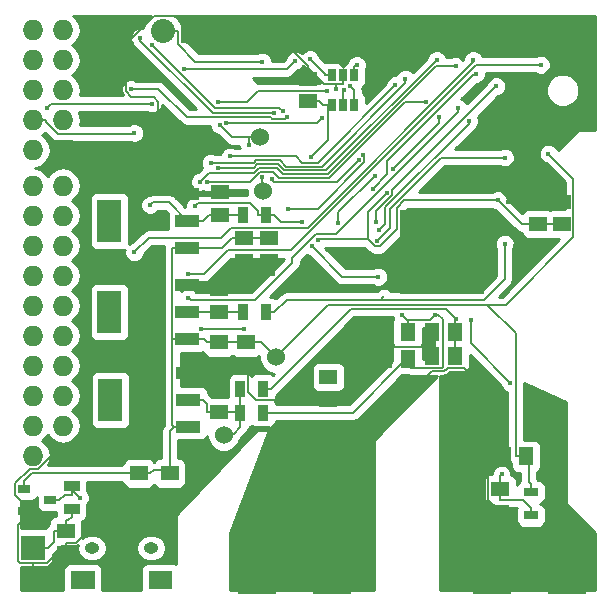
<source format=gbl>
%FSLAX34Y34*%
G04 Gerber Fmt 3.4, Leading zero omitted, Abs format*
G04 (created by PCBNEW (2014-06-12 BZR 4942)-product) date Mon 16 Jun 2014 06:59:23 PM PDT*
%MOIN*%
G01*
G70*
G90*
G04 APERTURE LIST*
%ADD10C,0.003937*%
%ADD11R,0.285000X0.285000*%
%ADD12C,0.060000*%
%ADD13R,0.059000X0.051200*%
%ADD14R,0.051200X0.059000*%
%ADD15O,0.049213X0.037402*%
%ADD16R,0.035000X0.055000*%
%ADD17R,0.055000X0.035000*%
%ADD18R,0.068000X0.068000*%
%ADD19O,0.068000X0.068000*%
%ADD20R,0.130000X0.180000*%
%ADD21R,0.080000X0.080000*%
%ADD22O,0.080000X0.080000*%
%ADD23R,0.039400X0.031500*%
%ADD24R,0.047200X0.031500*%
%ADD25R,0.080000X0.144000*%
%ADD26R,0.080000X0.040000*%
%ADD27R,0.027600X0.039400*%
%ADD28C,0.015748*%
%ADD29C,0.006299*%
%ADD30C,0.010000*%
G04 APERTURE END LIST*
G54D10*
G54D11*
X63543Y-21929D03*
G54D12*
X56255Y-28031D03*
G54D13*
X53425Y-29310D03*
X53425Y-30060D03*
X56929Y-21475D03*
X56929Y-22225D03*
X54448Y-29310D03*
X54448Y-30060D03*
X57755Y-21475D03*
X57755Y-22225D03*
X56102Y-27264D03*
X56102Y-26514D03*
X56141Y-20689D03*
X56141Y-19939D03*
X66732Y-21004D03*
X66732Y-20254D03*
X67519Y-21004D03*
X67519Y-20254D03*
G54D14*
X62382Y-24606D03*
X61632Y-24606D03*
X62382Y-25492D03*
X61632Y-25492D03*
G54D13*
X59744Y-26101D03*
X59744Y-26851D03*
X56102Y-24939D03*
X56102Y-25689D03*
X56988Y-24939D03*
X56988Y-25689D03*
G54D14*
X66339Y-28740D03*
X65589Y-28740D03*
G54D13*
X65472Y-29841D03*
X65472Y-30591D03*
X56102Y-23918D03*
X56102Y-23168D03*
G54D14*
X63957Y-24606D03*
X63207Y-24606D03*
X63957Y-25393D03*
X63207Y-25393D03*
G54D13*
X59055Y-16910D03*
X59055Y-16160D03*
X50984Y-31219D03*
X50984Y-31969D03*
G54D15*
X51870Y-31791D03*
X53838Y-31791D03*
G54D10*
G36*
X51948Y-32549D02*
X51948Y-33159D01*
X51161Y-33159D01*
X51161Y-32549D01*
X51948Y-32549D01*
X51948Y-32549D01*
G37*
G36*
X54547Y-32549D02*
X54547Y-33159D01*
X53759Y-33159D01*
X53759Y-32549D01*
X54547Y-32549D01*
X54547Y-32549D01*
G37*
G54D16*
X56810Y-27283D03*
X57560Y-27283D03*
X56810Y-26496D03*
X57560Y-26496D03*
X56908Y-20688D03*
X57658Y-20688D03*
X56908Y-23937D03*
X57658Y-23937D03*
G54D17*
X51181Y-29743D03*
X51181Y-30493D03*
G54D12*
X57480Y-18110D03*
G54D18*
X50893Y-18535D03*
G54D19*
X49893Y-18535D03*
X50893Y-17535D03*
X49893Y-17535D03*
X50893Y-16535D03*
X49893Y-16535D03*
X50893Y-15535D03*
X49893Y-15535D03*
X50893Y-14535D03*
X49893Y-14535D03*
G54D12*
X58366Y-14960D03*
X57992Y-25433D03*
G54D20*
X65210Y-32444D03*
X67702Y-32444D03*
X57376Y-32444D03*
X59868Y-32444D03*
G54D21*
X49901Y-31783D03*
G54D22*
X49901Y-32783D03*
G54D12*
X54429Y-18503D03*
G54D23*
X50472Y-30196D03*
X49606Y-29821D03*
X49606Y-30571D03*
G54D24*
X66496Y-30708D03*
X66496Y-29920D03*
G54D12*
X57578Y-19881D03*
G54D25*
X52479Y-26850D03*
G54D26*
X55079Y-26850D03*
X55079Y-27750D03*
X55079Y-25950D03*
G54D25*
X52440Y-20905D03*
G54D26*
X55040Y-20905D03*
X55040Y-21805D03*
X55040Y-20005D03*
G54D25*
X52440Y-23937D03*
G54D26*
X55040Y-23937D03*
X55040Y-24837D03*
X55040Y-23037D03*
G54D27*
X59861Y-17035D03*
X60236Y-17035D03*
X60611Y-17035D03*
X60611Y-16035D03*
X60236Y-16035D03*
X59861Y-16035D03*
G54D21*
X55224Y-14566D03*
G54D22*
X54224Y-14566D03*
G54D18*
X50893Y-28712D03*
G54D19*
X49893Y-28712D03*
X50893Y-27712D03*
X49893Y-27712D03*
X50893Y-26712D03*
X49893Y-26712D03*
X50893Y-25712D03*
X49893Y-25712D03*
X50893Y-24712D03*
X49893Y-24712D03*
X50893Y-23712D03*
X49893Y-23712D03*
X50893Y-22712D03*
X49893Y-22712D03*
X50893Y-21712D03*
X49893Y-21712D03*
X50893Y-20712D03*
X49893Y-20712D03*
X50893Y-19712D03*
X49893Y-19712D03*
G54D28*
X67079Y-18651D03*
X56580Y-32394D03*
X57914Y-22653D03*
X59981Y-16506D03*
X65215Y-31402D03*
X68498Y-32394D03*
X65742Y-20258D03*
X60590Y-30236D03*
X60759Y-28338D03*
X59842Y-32480D03*
X59744Y-26980D03*
X64000Y-21900D03*
X63543Y-21929D03*
X64000Y-21300D03*
X64500Y-21300D03*
X64500Y-21900D03*
X64500Y-22500D03*
X64500Y-23100D03*
X64000Y-23100D03*
X64000Y-22500D03*
X63500Y-22500D03*
X63500Y-23100D03*
X62900Y-23100D03*
X62900Y-22500D03*
X62900Y-21900D03*
X62900Y-21300D03*
X63500Y-21300D03*
X63500Y-20800D03*
X62900Y-20800D03*
X62400Y-20800D03*
X62400Y-21300D03*
X62400Y-21900D03*
X62400Y-22500D03*
X62400Y-23100D03*
X64000Y-20800D03*
X64500Y-20800D03*
X53803Y-20362D03*
X59392Y-21542D03*
X58862Y-20916D03*
X61692Y-19958D03*
X59158Y-18771D03*
X65385Y-20205D03*
X55306Y-20393D03*
X63295Y-24017D03*
X62212Y-24036D03*
X65619Y-21651D03*
X59748Y-26212D03*
X65516Y-29343D03*
X51454Y-30118D03*
X63992Y-24167D03*
X61372Y-21567D03*
X65628Y-18782D03*
X61347Y-20927D03*
X65340Y-16400D03*
X61432Y-21206D03*
X64425Y-17568D03*
X61220Y-19815D03*
X64661Y-15995D03*
X61895Y-19168D03*
X63440Y-17440D03*
X59703Y-16572D03*
X56070Y-16942D03*
X61287Y-19382D03*
X60065Y-20963D03*
X60453Y-16378D03*
X60686Y-15696D03*
X60248Y-16528D03*
X59135Y-15505D03*
X61408Y-22756D03*
X59185Y-21735D03*
X58228Y-17242D03*
X53870Y-15022D03*
X58643Y-15547D03*
X54946Y-15841D03*
X58374Y-17416D03*
X53162Y-16501D03*
X57939Y-17309D03*
X53465Y-14784D03*
X60763Y-18856D03*
X57854Y-19511D03*
X57543Y-15582D03*
X57545Y-19435D03*
X56124Y-17693D03*
X57100Y-18356D03*
X53271Y-17959D03*
X66820Y-15687D03*
X55067Y-22662D03*
X64575Y-15530D03*
X53271Y-21933D03*
X64078Y-17139D03*
X55079Y-23445D03*
X63990Y-15725D03*
X55462Y-19587D03*
X63353Y-15523D03*
X56067Y-19119D03*
X63005Y-16930D03*
X55693Y-19601D03*
X59543Y-17461D03*
X56345Y-17635D03*
X62313Y-16145D03*
X55819Y-18954D03*
X61978Y-16372D03*
X56463Y-18741D03*
X56946Y-24492D03*
X55482Y-24492D03*
X60899Y-18680D03*
X58393Y-20480D03*
X50363Y-17113D03*
X53870Y-16982D03*
X64487Y-24183D03*
X65798Y-26282D03*
G54D29*
X66339Y-28740D02*
X65988Y-28740D01*
X65988Y-28740D02*
X65988Y-24642D01*
X65988Y-24642D02*
X65045Y-23698D01*
X65045Y-23698D02*
X65651Y-23698D01*
X65651Y-23698D02*
X59726Y-23698D01*
X59726Y-23698D02*
X57992Y-25433D01*
X67079Y-18651D02*
X67909Y-19481D01*
X67909Y-19481D02*
X67909Y-21440D01*
X67909Y-21440D02*
X65651Y-23698D01*
X54584Y-27750D02*
X54448Y-27886D01*
X54448Y-27886D02*
X54448Y-29197D01*
X54545Y-24837D02*
X54545Y-27711D01*
X54545Y-27711D02*
X54584Y-27750D01*
X55040Y-21805D02*
X54545Y-21805D01*
X54545Y-21805D02*
X54545Y-24837D01*
X55160Y-21805D02*
X55040Y-21805D01*
X55040Y-24837D02*
X54545Y-24837D01*
X55040Y-24837D02*
X55609Y-24837D01*
X55609Y-24837D02*
X55712Y-24939D01*
X55079Y-27750D02*
X54584Y-27750D01*
X55534Y-21805D02*
X56209Y-21805D01*
X56209Y-21805D02*
X56539Y-21475D01*
X53425Y-29310D02*
X53814Y-29310D01*
X54448Y-29197D02*
X53927Y-29197D01*
X53927Y-29197D02*
X53814Y-29310D01*
X54448Y-29310D02*
X54448Y-29197D01*
X49606Y-29569D02*
X49866Y-29310D01*
X49866Y-29310D02*
X53425Y-29310D01*
X56988Y-24939D02*
X57499Y-24939D01*
X57499Y-24939D02*
X57992Y-25433D01*
X56102Y-24939D02*
X56988Y-24939D01*
X55160Y-21805D02*
X55534Y-21805D01*
X66496Y-29920D02*
X66496Y-29668D01*
X66427Y-28740D02*
X66427Y-29600D01*
X66427Y-29600D02*
X66496Y-29668D01*
X66339Y-28740D02*
X66427Y-28740D01*
X56929Y-21475D02*
X56539Y-21475D01*
X57755Y-21475D02*
X56929Y-21475D01*
X49606Y-29821D02*
X49606Y-29569D01*
X56102Y-24939D02*
X55712Y-24939D01*
X67702Y-32444D02*
X66958Y-32444D01*
X65210Y-31947D02*
X66460Y-31947D01*
X66460Y-31947D02*
X66958Y-32444D01*
X65210Y-31947D02*
X65210Y-31450D01*
X65210Y-32444D02*
X65210Y-31947D01*
X65215Y-31402D02*
X65215Y-31445D01*
X65215Y-31445D02*
X65210Y-31450D01*
X65472Y-30591D02*
X65472Y-31145D01*
X65472Y-31145D02*
X65215Y-31402D01*
X65070Y-28908D02*
X65070Y-30189D01*
X65070Y-30189D02*
X65472Y-30591D01*
X65238Y-28740D02*
X65070Y-28908D01*
X63207Y-25080D02*
X63207Y-24995D01*
X63207Y-25393D02*
X63207Y-25080D01*
X61632Y-25080D02*
X63207Y-25080D01*
X61632Y-25080D02*
X61632Y-25492D01*
X61632Y-24995D02*
X61632Y-25080D01*
X59744Y-26851D02*
X59354Y-26851D01*
X56988Y-25865D02*
X57079Y-25956D01*
X57079Y-25956D02*
X57079Y-26608D01*
X57079Y-26608D02*
X57337Y-26865D01*
X57337Y-26865D02*
X59340Y-26865D01*
X59340Y-26865D02*
X59354Y-26851D01*
X56491Y-25689D02*
X56667Y-25865D01*
X56667Y-25865D02*
X56988Y-25865D01*
X59744Y-26980D02*
X59744Y-26851D01*
X56102Y-25689D02*
X56491Y-25689D01*
X56988Y-25689D02*
X56988Y-25865D01*
X65589Y-28740D02*
X65238Y-28740D01*
X59744Y-26851D02*
X60133Y-26851D01*
X61632Y-25492D02*
X61282Y-25492D01*
X60133Y-26851D02*
X60133Y-26640D01*
X60133Y-26640D02*
X61282Y-25492D01*
X63207Y-24606D02*
X63207Y-24995D01*
X53814Y-30060D02*
X53990Y-30235D01*
X53990Y-30235D02*
X54448Y-30235D01*
X57376Y-32444D02*
X56631Y-32444D01*
X56631Y-32444D02*
X56580Y-32394D01*
X59842Y-32470D02*
X59817Y-32444D01*
X59817Y-32444D02*
X57376Y-32444D01*
X54429Y-18503D02*
X54429Y-19394D01*
X54429Y-19394D02*
X55040Y-20005D01*
X57755Y-22225D02*
X57755Y-22575D01*
X57914Y-22653D02*
X57837Y-22575D01*
X57837Y-22575D02*
X57755Y-22575D01*
X55224Y-14566D02*
X55719Y-14566D01*
X58366Y-14960D02*
X56112Y-14960D01*
X56112Y-14960D02*
X55719Y-14566D01*
X59055Y-15809D02*
X59055Y-15714D01*
X59055Y-15714D02*
X58366Y-15025D01*
X58366Y-15025D02*
X58366Y-14960D01*
X55040Y-20005D02*
X55534Y-20005D01*
X56141Y-19939D02*
X55600Y-19939D01*
X55600Y-19939D02*
X55534Y-20005D01*
X54067Y-18503D02*
X54429Y-18503D01*
X59981Y-16327D02*
X59981Y-16506D01*
X59981Y-16327D02*
X60236Y-16327D01*
X59444Y-16160D02*
X59611Y-16327D01*
X59611Y-16327D02*
X59981Y-16327D01*
X54067Y-18503D02*
X54067Y-16916D01*
X54067Y-16916D02*
X53920Y-16769D01*
X53920Y-16769D02*
X53178Y-16769D01*
X53178Y-16769D02*
X52984Y-16575D01*
X52984Y-16575D02*
X52984Y-14989D01*
X52984Y-14989D02*
X53922Y-14051D01*
X53922Y-14051D02*
X54709Y-14051D01*
X54709Y-14051D02*
X55224Y-14566D01*
X51328Y-18535D02*
X54036Y-18535D01*
X54036Y-18535D02*
X54067Y-18503D01*
X55712Y-25811D02*
X55574Y-25950D01*
X55574Y-25950D02*
X55542Y-25950D01*
X55712Y-25689D02*
X55712Y-25811D01*
X55712Y-25811D02*
X56065Y-26164D01*
X56065Y-26164D02*
X56102Y-26164D01*
X60236Y-16035D02*
X60236Y-16327D01*
X67702Y-32444D02*
X68447Y-32444D01*
X68447Y-32444D02*
X68498Y-32394D01*
X59055Y-16160D02*
X59444Y-16160D01*
X56102Y-26514D02*
X56102Y-26164D01*
X55079Y-25950D02*
X55542Y-25950D01*
X56102Y-25689D02*
X55712Y-25689D01*
X66732Y-20254D02*
X66342Y-20254D01*
X65742Y-20258D02*
X66339Y-20258D01*
X66339Y-20258D02*
X66342Y-20254D01*
X56929Y-22225D02*
X56929Y-22575D01*
X56929Y-22575D02*
X56344Y-22575D01*
X56344Y-22575D02*
X56102Y-22817D01*
X57755Y-22225D02*
X56929Y-22225D01*
X56102Y-23168D02*
X56102Y-22817D01*
X50893Y-18535D02*
X51328Y-18535D01*
X55907Y-23168D02*
X55776Y-23037D01*
X55776Y-23037D02*
X55534Y-23037D01*
X55040Y-23037D02*
X55534Y-23037D01*
X53425Y-30060D02*
X53814Y-30060D01*
X54448Y-30060D02*
X54448Y-30235D01*
X50984Y-31969D02*
X50594Y-31969D01*
X50594Y-31969D02*
X50594Y-32049D01*
X50594Y-32049D02*
X50355Y-32288D01*
X50355Y-32288D02*
X49901Y-32288D01*
X50984Y-31907D02*
X50984Y-31969D01*
X50984Y-31907D02*
X50984Y-31618D01*
X67519Y-20254D02*
X66732Y-20254D01*
X49606Y-30571D02*
X49606Y-30319D01*
X50893Y-28712D02*
X50459Y-28712D01*
X50459Y-28712D02*
X50459Y-28766D01*
X50459Y-28766D02*
X50078Y-29147D01*
X50078Y-29147D02*
X49784Y-29147D01*
X49784Y-29147D02*
X49314Y-29616D01*
X49314Y-29616D02*
X49314Y-30028D01*
X49314Y-30028D02*
X49606Y-30319D01*
X61632Y-24606D02*
X61632Y-24995D01*
X53425Y-30060D02*
X52893Y-30060D01*
X52893Y-30060D02*
X51334Y-31618D01*
X51334Y-31618D02*
X50984Y-31618D01*
X56102Y-23168D02*
X55907Y-23168D01*
X49606Y-30571D02*
X49606Y-30823D01*
X49901Y-32783D02*
X49901Y-32288D01*
X49901Y-32288D02*
X49468Y-32288D01*
X49468Y-32288D02*
X49406Y-32227D01*
X49406Y-32227D02*
X49406Y-31023D01*
X49406Y-31023D02*
X49606Y-30823D01*
X59055Y-16160D02*
X59055Y-15809D01*
X59842Y-32470D02*
X59842Y-32480D01*
X59868Y-32444D02*
X59842Y-32470D01*
X63684Y-25783D02*
X63684Y-25816D01*
X65070Y-26582D02*
X64271Y-25783D01*
X65070Y-28908D02*
X65070Y-26582D01*
X63684Y-25816D02*
X63591Y-25909D01*
X64271Y-25783D02*
X63684Y-25783D01*
X63591Y-25909D02*
X63189Y-25909D01*
X63189Y-25909D02*
X60759Y-28338D01*
X57398Y-31576D02*
X56580Y-32394D01*
X57220Y-31502D02*
X57294Y-31576D01*
X57294Y-31576D02*
X57398Y-31576D01*
X57220Y-31398D02*
X57220Y-31502D01*
X57811Y-30807D02*
X57220Y-31398D01*
X57811Y-27751D02*
X57811Y-30807D01*
X57283Y-27751D02*
X57811Y-27751D01*
X54800Y-30235D02*
X57283Y-27751D01*
X54448Y-30235D02*
X54800Y-30235D01*
X63572Y-21900D02*
X63543Y-21929D01*
X63572Y-21900D02*
X64000Y-21900D01*
X64000Y-21900D02*
X64000Y-21300D01*
X64000Y-21300D02*
X64500Y-21300D01*
X64500Y-21300D02*
X64500Y-21900D01*
X64500Y-21900D02*
X64500Y-22500D01*
X64500Y-22500D02*
X64500Y-23100D01*
X64500Y-23100D02*
X64000Y-23100D01*
X64000Y-23100D02*
X64000Y-22500D01*
X64000Y-22500D02*
X63500Y-22500D01*
X63500Y-22500D02*
X63500Y-23100D01*
X63500Y-23100D02*
X62900Y-23100D01*
X62900Y-23100D02*
X62900Y-22500D01*
X62900Y-22500D02*
X62900Y-21900D01*
X62900Y-21900D02*
X62900Y-21300D01*
X62900Y-21300D02*
X63500Y-21300D01*
X63500Y-21300D02*
X63500Y-20800D01*
X63500Y-20800D02*
X62900Y-20800D01*
X62900Y-20800D02*
X62400Y-20800D01*
X62400Y-20800D02*
X62400Y-21300D01*
X62400Y-21300D02*
X62400Y-21900D01*
X62400Y-21900D02*
X62400Y-22500D01*
X62400Y-22500D02*
X62400Y-23100D01*
X63500Y-20800D02*
X64000Y-20800D01*
X64000Y-20800D02*
X64500Y-20800D01*
X56102Y-27264D02*
X55712Y-27264D01*
X55079Y-26850D02*
X55574Y-26850D01*
X55574Y-26850D02*
X55712Y-26989D01*
X55712Y-26989D02*
X55712Y-27264D01*
X56810Y-27264D02*
X56810Y-27283D01*
X56810Y-26496D02*
X56810Y-27264D01*
X56810Y-27264D02*
X56491Y-27264D01*
X56102Y-27264D02*
X56491Y-27264D01*
X56810Y-27283D02*
X56810Y-27754D01*
X56307Y-27980D02*
X56255Y-28031D01*
X56582Y-27980D02*
X56307Y-27980D01*
X56808Y-27754D02*
X56582Y-27980D01*
X56810Y-27754D02*
X56808Y-27754D01*
X54429Y-20275D02*
X55040Y-20886D01*
X53889Y-20275D02*
X53803Y-20362D01*
X55040Y-20905D02*
X55040Y-20886D01*
X55040Y-20886D02*
X55555Y-20886D01*
X56141Y-20689D02*
X55752Y-20689D01*
X55555Y-20886D02*
X55752Y-20689D01*
X56141Y-20689D02*
X56531Y-20689D01*
X56908Y-20688D02*
X56532Y-20688D01*
X56532Y-20688D02*
X56531Y-20689D01*
X54180Y-20275D02*
X53889Y-20275D01*
X54180Y-20275D02*
X54429Y-20275D01*
X61058Y-21498D02*
X61058Y-20592D01*
X61058Y-20592D02*
X61692Y-19958D01*
X61058Y-21498D02*
X59436Y-21498D01*
X59436Y-21498D02*
X59392Y-21542D01*
X65385Y-20205D02*
X62275Y-20205D01*
X62275Y-20205D02*
X62023Y-20456D01*
X62023Y-20456D02*
X62023Y-21171D01*
X62023Y-21171D02*
X61454Y-21740D01*
X61454Y-21740D02*
X61300Y-21740D01*
X61300Y-21740D02*
X61058Y-21498D01*
X57928Y-20688D02*
X58155Y-20916D01*
X58155Y-20916D02*
X58862Y-20916D01*
X57658Y-20688D02*
X57928Y-20688D01*
X66732Y-21004D02*
X67519Y-21004D01*
X65385Y-20205D02*
X66185Y-21004D01*
X66185Y-21004D02*
X66732Y-21004D01*
X59719Y-17035D02*
X59719Y-18210D01*
X59719Y-18210D02*
X59158Y-18771D01*
X59719Y-17035D02*
X59628Y-17035D01*
X59809Y-17035D02*
X59719Y-17035D01*
X59628Y-17035D02*
X59569Y-17035D01*
X59569Y-17035D02*
X59444Y-16910D01*
X59861Y-17035D02*
X59821Y-17035D01*
X59809Y-17035D02*
X59821Y-17035D01*
X57658Y-20688D02*
X57388Y-20688D01*
X55306Y-20393D02*
X55390Y-20308D01*
X55390Y-20308D02*
X57125Y-20308D01*
X57125Y-20308D02*
X57388Y-20572D01*
X57388Y-20572D02*
X57388Y-20688D01*
X59055Y-16910D02*
X59444Y-16910D01*
X57560Y-27283D02*
X60556Y-27283D01*
X60556Y-27283D02*
X62207Y-25631D01*
X62207Y-25631D02*
X62207Y-25492D01*
X62382Y-25492D02*
X62207Y-25492D01*
X62382Y-24196D02*
X62372Y-24196D01*
X62372Y-24196D02*
X62212Y-24036D01*
X62382Y-24216D02*
X62382Y-24196D01*
X62382Y-24196D02*
X63116Y-24196D01*
X63116Y-24196D02*
X63295Y-24017D01*
X62382Y-24606D02*
X62382Y-24216D01*
X62207Y-25492D02*
X62498Y-25783D01*
X62498Y-25783D02*
X63539Y-25783D01*
X63539Y-25783D02*
X63558Y-25764D01*
X63558Y-25764D02*
X63558Y-24169D01*
X63558Y-24169D02*
X63406Y-24017D01*
X63406Y-24017D02*
X63295Y-24017D01*
X61542Y-23469D02*
X61610Y-23401D01*
X61542Y-23513D02*
X58351Y-23513D01*
X64944Y-23513D02*
X61542Y-23513D01*
X61542Y-23513D02*
X61542Y-23469D01*
X65619Y-21651D02*
X65619Y-22838D01*
X65619Y-22838D02*
X64944Y-23513D01*
X58351Y-23513D02*
X57928Y-23937D01*
X57658Y-23937D02*
X57928Y-23937D01*
X59748Y-26105D02*
X59748Y-26212D01*
X59744Y-26101D02*
X59748Y-26105D01*
X65472Y-29841D02*
X65472Y-30192D01*
X66496Y-30708D02*
X66496Y-30456D01*
X66496Y-30456D02*
X66231Y-30192D01*
X66231Y-30192D02*
X65472Y-30192D01*
X65516Y-29343D02*
X65472Y-29388D01*
X65472Y-29388D02*
X65472Y-29841D01*
X51181Y-29877D02*
X51214Y-29877D01*
X51214Y-29877D02*
X51454Y-30118D01*
X51181Y-29877D02*
X51181Y-30012D01*
X51181Y-29743D02*
X51181Y-29877D01*
X50472Y-30196D02*
X50763Y-30196D01*
X50763Y-30196D02*
X50948Y-30012D01*
X50948Y-30012D02*
X51181Y-30012D01*
X56102Y-23918D02*
X56491Y-23918D01*
X56908Y-23937D02*
X56510Y-23937D01*
X56510Y-23937D02*
X56491Y-23918D01*
X56102Y-23918D02*
X55712Y-23918D01*
X55040Y-23937D02*
X55694Y-23937D01*
X55694Y-23937D02*
X55712Y-23918D01*
X57560Y-26496D02*
X57829Y-26496D01*
X57829Y-26496D02*
X60497Y-23828D01*
X60497Y-23828D02*
X63653Y-23828D01*
X63653Y-23828D02*
X63992Y-24167D01*
X63957Y-24606D02*
X63957Y-24216D01*
X63957Y-24216D02*
X63992Y-24181D01*
X63992Y-24181D02*
X63992Y-24167D01*
X63957Y-25130D02*
X63957Y-25393D01*
X63957Y-24606D02*
X63957Y-25130D01*
X50984Y-31219D02*
X50594Y-31219D01*
X49901Y-31783D02*
X50396Y-31783D01*
X50396Y-31783D02*
X50594Y-31585D01*
X50594Y-31585D02*
X50594Y-31219D01*
X50984Y-31219D02*
X50984Y-30868D01*
X51181Y-30493D02*
X51181Y-30762D01*
X51181Y-30762D02*
X51074Y-30868D01*
X51074Y-30868D02*
X50984Y-30868D01*
X61372Y-21567D02*
X61797Y-21142D01*
X61797Y-21142D02*
X61797Y-20495D01*
X61797Y-20495D02*
X63510Y-18782D01*
X63510Y-18782D02*
X65628Y-18782D01*
X61347Y-20927D02*
X61347Y-20548D01*
X61347Y-20548D02*
X61866Y-20029D01*
X61866Y-20029D02*
X61866Y-19875D01*
X61866Y-19875D02*
X65340Y-16400D01*
X61432Y-21206D02*
X61645Y-20993D01*
X61645Y-20993D02*
X61645Y-20428D01*
X61645Y-20428D02*
X64425Y-17649D01*
X64425Y-17649D02*
X64425Y-17568D01*
X61220Y-19815D02*
X61698Y-19337D01*
X61698Y-19337D02*
X61698Y-18909D01*
X61698Y-18909D02*
X64612Y-15995D01*
X64612Y-15995D02*
X64661Y-15995D01*
X63440Y-17440D02*
X63440Y-17624D01*
X63440Y-17624D02*
X61895Y-19168D01*
X59703Y-16572D02*
X59690Y-16559D01*
X59690Y-16559D02*
X57412Y-16559D01*
X57412Y-16559D02*
X57029Y-16942D01*
X57029Y-16942D02*
X56070Y-16942D01*
X60065Y-20963D02*
X60065Y-20604D01*
X60065Y-20604D02*
X61287Y-19382D01*
X60611Y-16743D02*
X60611Y-16537D01*
X60611Y-16537D02*
X60453Y-16378D01*
X60611Y-17035D02*
X60611Y-16743D01*
X60611Y-16035D02*
X60611Y-15743D01*
X60611Y-15743D02*
X60639Y-15743D01*
X60639Y-15743D02*
X60686Y-15696D01*
X60236Y-16743D02*
X60236Y-16540D01*
X60236Y-16540D02*
X60248Y-16528D01*
X60236Y-17035D02*
X60236Y-16743D01*
X59628Y-16035D02*
X59628Y-15997D01*
X59628Y-15997D02*
X59135Y-15505D01*
X59861Y-16035D02*
X59628Y-16035D01*
X59185Y-21735D02*
X60206Y-22756D01*
X60206Y-22756D02*
X61408Y-22756D01*
X53870Y-15022D02*
X55971Y-17123D01*
X55971Y-17123D02*
X58109Y-17123D01*
X58109Y-17123D02*
X58228Y-17242D01*
X58643Y-15547D02*
X58349Y-15841D01*
X58349Y-15841D02*
X54946Y-15841D01*
X53162Y-16501D02*
X54080Y-16501D01*
X54080Y-16501D02*
X55023Y-17443D01*
X55023Y-17443D02*
X57828Y-17443D01*
X57828Y-17443D02*
X57867Y-17483D01*
X57867Y-17483D02*
X58307Y-17483D01*
X58307Y-17483D02*
X58374Y-17416D01*
X53465Y-14784D02*
X53465Y-14888D01*
X53465Y-14888D02*
X55887Y-17309D01*
X55887Y-17309D02*
X57939Y-17309D01*
X57854Y-19511D02*
X57933Y-19590D01*
X57933Y-19590D02*
X60030Y-19590D01*
X60030Y-19590D02*
X60763Y-18856D01*
X54224Y-14566D02*
X54719Y-14566D01*
X54719Y-14566D02*
X54719Y-14999D01*
X54719Y-14999D02*
X55301Y-15582D01*
X55301Y-15582D02*
X57543Y-15582D01*
X57578Y-19881D02*
X57545Y-19848D01*
X57545Y-19848D02*
X57545Y-19435D01*
X57100Y-18110D02*
X56541Y-18110D01*
X56541Y-18110D02*
X56124Y-17693D01*
X57480Y-18110D02*
X57100Y-18110D01*
X57100Y-18110D02*
X57100Y-18356D01*
X49893Y-17535D02*
X50328Y-17535D01*
X50328Y-17535D02*
X50328Y-17589D01*
X50328Y-17589D02*
X50728Y-17989D01*
X50728Y-17989D02*
X53241Y-17989D01*
X53241Y-17989D02*
X53271Y-17959D01*
X55067Y-22662D02*
X55597Y-22662D01*
X55597Y-22662D02*
X56392Y-21866D01*
X56392Y-21866D02*
X58492Y-21866D01*
X58492Y-21866D02*
X64672Y-15687D01*
X64672Y-15687D02*
X66820Y-15687D01*
X53271Y-21933D02*
X53757Y-21447D01*
X53757Y-21447D02*
X56164Y-21447D01*
X56164Y-21447D02*
X56487Y-21124D01*
X56487Y-21124D02*
X59056Y-21124D01*
X59056Y-21124D02*
X64575Y-15605D01*
X64575Y-15605D02*
X64575Y-15530D01*
X55079Y-23445D02*
X55164Y-23530D01*
X55164Y-23530D02*
X57285Y-23530D01*
X57285Y-23530D02*
X58534Y-22282D01*
X58534Y-22282D02*
X58534Y-22122D01*
X58534Y-22122D02*
X59320Y-21335D01*
X59320Y-21335D02*
X59991Y-21335D01*
X59991Y-21335D02*
X64078Y-17248D01*
X64078Y-17248D02*
X64078Y-17139D01*
X63990Y-15725D02*
X63333Y-15725D01*
X63333Y-15725D02*
X59720Y-19337D01*
X59720Y-19337D02*
X58226Y-19337D01*
X58226Y-19337D02*
X58024Y-19135D01*
X58024Y-19135D02*
X57421Y-19135D01*
X57421Y-19135D02*
X57264Y-19293D01*
X57264Y-19293D02*
X55757Y-19293D01*
X55757Y-19293D02*
X55462Y-19587D01*
X63353Y-15523D02*
X59665Y-19211D01*
X59665Y-19211D02*
X58278Y-19211D01*
X58278Y-19211D02*
X58069Y-19002D01*
X58069Y-19002D02*
X57376Y-19002D01*
X57376Y-19002D02*
X57259Y-19119D01*
X57259Y-19119D02*
X56067Y-19119D01*
X63005Y-16930D02*
X62306Y-16930D01*
X62306Y-16930D02*
X59773Y-19464D01*
X59773Y-19464D02*
X58110Y-19464D01*
X58110Y-19464D02*
X57908Y-19261D01*
X57908Y-19261D02*
X57473Y-19261D01*
X57473Y-19261D02*
X57146Y-19589D01*
X57146Y-19589D02*
X57146Y-19589D01*
X57146Y-19589D02*
X55706Y-19589D01*
X55706Y-19589D02*
X55693Y-19601D01*
X56345Y-17635D02*
X59369Y-17635D01*
X59369Y-17635D02*
X59543Y-17461D01*
X62313Y-16145D02*
X62313Y-16287D01*
X62313Y-16287D02*
X59515Y-19085D01*
X59515Y-19085D02*
X58330Y-19085D01*
X58330Y-19085D02*
X58121Y-18876D01*
X58121Y-18876D02*
X57324Y-18876D01*
X57324Y-18876D02*
X57254Y-18946D01*
X57254Y-18946D02*
X55827Y-18946D01*
X55827Y-18946D02*
X55819Y-18954D01*
X61978Y-16372D02*
X59391Y-18959D01*
X59391Y-18959D02*
X58880Y-18959D01*
X58880Y-18959D02*
X58662Y-18741D01*
X58662Y-18741D02*
X56463Y-18741D01*
X55482Y-24492D02*
X56946Y-24492D01*
X58393Y-20480D02*
X59385Y-20480D01*
X59385Y-20480D02*
X60940Y-18924D01*
X60940Y-18924D02*
X60940Y-18722D01*
X60940Y-18722D02*
X60899Y-18680D01*
X50363Y-17113D02*
X50493Y-16982D01*
X50493Y-16982D02*
X53870Y-16982D01*
X65798Y-26282D02*
X64487Y-24970D01*
X64487Y-24970D02*
X64487Y-24183D01*
G54D30*
G36*
X50656Y-30713D02*
X50639Y-30713D01*
X50547Y-30751D01*
X50477Y-30821D01*
X50439Y-30913D01*
X50439Y-30991D01*
X50395Y-31020D01*
X50334Y-31111D01*
X50330Y-31133D01*
X50251Y-31133D01*
X49482Y-31133D01*
X49482Y-30229D01*
X49853Y-30229D01*
X49944Y-30191D01*
X50015Y-30120D01*
X50025Y-30096D01*
X50025Y-30404D01*
X50063Y-30495D01*
X50133Y-30566D01*
X50225Y-30604D01*
X50325Y-30604D01*
X50656Y-30604D01*
X50656Y-30713D01*
X50656Y-30713D01*
G37*
X50656Y-30713D02*
X50639Y-30713D01*
X50547Y-30751D01*
X50477Y-30821D01*
X50439Y-30913D01*
X50439Y-30991D01*
X50395Y-31020D01*
X50334Y-31111D01*
X50330Y-31133D01*
X50251Y-31133D01*
X49482Y-31133D01*
X49482Y-30229D01*
X49853Y-30229D01*
X49944Y-30191D01*
X50015Y-30120D01*
X50025Y-30096D01*
X50025Y-30404D01*
X50063Y-30495D01*
X50133Y-30566D01*
X50225Y-30604D01*
X50325Y-30604D01*
X50656Y-30604D01*
X50656Y-30713D01*
G36*
X55341Y-17162D02*
X55139Y-17162D01*
X54279Y-16302D01*
X54188Y-16241D01*
X54080Y-16219D01*
X53341Y-16219D01*
X53227Y-16172D01*
X53097Y-16172D01*
X52976Y-16222D01*
X52883Y-16314D01*
X52833Y-16435D01*
X52833Y-16566D01*
X52883Y-16687D01*
X52897Y-16700D01*
X51453Y-16700D01*
X51483Y-16546D01*
X51483Y-16523D01*
X51438Y-16298D01*
X51310Y-16106D01*
X51204Y-16035D01*
X51310Y-15964D01*
X51438Y-15772D01*
X51483Y-15546D01*
X51483Y-15523D01*
X51438Y-15298D01*
X51310Y-15106D01*
X51204Y-15035D01*
X51310Y-14964D01*
X51438Y-14772D01*
X51483Y-14546D01*
X51483Y-14523D01*
X51438Y-14298D01*
X51310Y-14106D01*
X51224Y-14049D01*
X53839Y-14049D01*
X53752Y-14107D01*
X53611Y-14318D01*
X53579Y-14476D01*
X53531Y-14456D01*
X53400Y-14455D01*
X53279Y-14505D01*
X53186Y-14598D01*
X53136Y-14719D01*
X53136Y-14849D01*
X53186Y-14970D01*
X53203Y-14988D01*
X53205Y-14995D01*
X53266Y-15087D01*
X55341Y-17162D01*
X55341Y-17162D01*
G37*
X55341Y-17162D02*
X55139Y-17162D01*
X54279Y-16302D01*
X54188Y-16241D01*
X54080Y-16219D01*
X53341Y-16219D01*
X53227Y-16172D01*
X53097Y-16172D01*
X52976Y-16222D01*
X52883Y-16314D01*
X52833Y-16435D01*
X52833Y-16566D01*
X52883Y-16687D01*
X52897Y-16700D01*
X51453Y-16700D01*
X51483Y-16546D01*
X51483Y-16523D01*
X51438Y-16298D01*
X51310Y-16106D01*
X51204Y-16035D01*
X51310Y-15964D01*
X51438Y-15772D01*
X51483Y-15546D01*
X51483Y-15523D01*
X51438Y-15298D01*
X51310Y-15106D01*
X51204Y-15035D01*
X51310Y-14964D01*
X51438Y-14772D01*
X51483Y-14546D01*
X51483Y-14523D01*
X51438Y-14298D01*
X51310Y-14106D01*
X51224Y-14049D01*
X53839Y-14049D01*
X53752Y-14107D01*
X53611Y-14318D01*
X53579Y-14476D01*
X53531Y-14456D01*
X53400Y-14455D01*
X53279Y-14505D01*
X53186Y-14598D01*
X53136Y-14719D01*
X53136Y-14849D01*
X53186Y-14970D01*
X53203Y-14988D01*
X53205Y-14995D01*
X53266Y-15087D01*
X55341Y-17162D01*
G36*
X57043Y-20027D02*
X55390Y-20027D01*
X55283Y-20048D01*
X55259Y-20064D01*
X55241Y-20064D01*
X55120Y-20114D01*
X55027Y-20206D01*
X54977Y-20327D01*
X54977Y-20425D01*
X54628Y-20076D01*
X54536Y-20015D01*
X54429Y-19994D01*
X54180Y-19994D01*
X53889Y-19994D01*
X53782Y-20015D01*
X53755Y-20033D01*
X53738Y-20033D01*
X53617Y-20083D01*
X53524Y-20175D01*
X53474Y-20296D01*
X53474Y-20427D01*
X53524Y-20548D01*
X53616Y-20640D01*
X53737Y-20690D01*
X53868Y-20691D01*
X53989Y-20641D01*
X54073Y-20557D01*
X54180Y-20557D01*
X54312Y-20557D01*
X54396Y-20640D01*
X54390Y-20655D01*
X54390Y-20755D01*
X54390Y-21155D01*
X54394Y-21165D01*
X53757Y-21165D01*
X53649Y-21187D01*
X53558Y-21248D01*
X53199Y-21607D01*
X53090Y-21652D01*
X53090Y-21575D01*
X53090Y-20135D01*
X53052Y-20043D01*
X52981Y-19973D01*
X52889Y-19935D01*
X52790Y-19935D01*
X51990Y-19935D01*
X51898Y-19973D01*
X51828Y-20043D01*
X51790Y-20135D01*
X51790Y-20235D01*
X51790Y-21675D01*
X51828Y-21767D01*
X51898Y-21837D01*
X51990Y-21875D01*
X52089Y-21875D01*
X52889Y-21875D01*
X52949Y-21850D01*
X52942Y-21867D01*
X52942Y-21998D01*
X52992Y-22119D01*
X53084Y-22212D01*
X53205Y-22262D01*
X53336Y-22262D01*
X53457Y-22212D01*
X53549Y-22119D01*
X53597Y-22005D01*
X53874Y-21728D01*
X54279Y-21728D01*
X54264Y-21805D01*
X54264Y-24837D01*
X54264Y-27673D01*
X54249Y-27687D01*
X54188Y-27778D01*
X54167Y-27886D01*
X54167Y-28804D01*
X54104Y-28804D01*
X54012Y-28842D01*
X53941Y-28912D01*
X53940Y-28915D01*
X53933Y-28915D01*
X53932Y-28912D01*
X53861Y-28842D01*
X53769Y-28804D01*
X53670Y-28804D01*
X53129Y-28804D01*
X53129Y-27620D01*
X53129Y-27520D01*
X53129Y-26080D01*
X53091Y-25988D01*
X53090Y-25987D01*
X53090Y-24706D01*
X53090Y-24607D01*
X53090Y-23167D01*
X53052Y-23075D01*
X52981Y-23005D01*
X52889Y-22967D01*
X52790Y-22967D01*
X51990Y-22967D01*
X51898Y-23005D01*
X51828Y-23075D01*
X51790Y-23167D01*
X51790Y-23266D01*
X51790Y-24706D01*
X51828Y-24798D01*
X51898Y-24868D01*
X51990Y-24907D01*
X52089Y-24907D01*
X52889Y-24907D01*
X52981Y-24868D01*
X53052Y-24798D01*
X53090Y-24706D01*
X53090Y-25987D01*
X53021Y-25918D01*
X52929Y-25880D01*
X52829Y-25880D01*
X52029Y-25880D01*
X51937Y-25918D01*
X51867Y-25988D01*
X51829Y-26080D01*
X51829Y-26180D01*
X51829Y-27620D01*
X51867Y-27712D01*
X51937Y-27782D01*
X52029Y-27820D01*
X52129Y-27820D01*
X52929Y-27820D01*
X53021Y-27782D01*
X53091Y-27712D01*
X53129Y-27620D01*
X53129Y-28804D01*
X53080Y-28804D01*
X52988Y-28842D01*
X52918Y-28912D01*
X52880Y-29004D01*
X52880Y-29028D01*
X50386Y-29028D01*
X50438Y-28949D01*
X50483Y-28724D01*
X50483Y-28701D01*
X50438Y-28475D01*
X50310Y-28283D01*
X50204Y-28212D01*
X50310Y-28141D01*
X50393Y-28017D01*
X50476Y-28141D01*
X50667Y-28269D01*
X50893Y-28314D01*
X51119Y-28269D01*
X51310Y-28141D01*
X51438Y-27949D01*
X51483Y-27724D01*
X51483Y-27701D01*
X51438Y-27475D01*
X51310Y-27283D01*
X51204Y-27212D01*
X51310Y-27141D01*
X51438Y-26949D01*
X51483Y-26724D01*
X51483Y-26701D01*
X51438Y-26475D01*
X51310Y-26283D01*
X51204Y-26212D01*
X51310Y-26141D01*
X51438Y-25949D01*
X51483Y-25724D01*
X51483Y-25701D01*
X51438Y-25475D01*
X51310Y-25283D01*
X51204Y-25212D01*
X51310Y-25141D01*
X51438Y-24949D01*
X51483Y-24724D01*
X51483Y-24701D01*
X51438Y-24475D01*
X51310Y-24283D01*
X51204Y-24212D01*
X51310Y-24141D01*
X51438Y-23949D01*
X51483Y-23724D01*
X51483Y-23701D01*
X51438Y-23475D01*
X51310Y-23283D01*
X51204Y-23212D01*
X51310Y-23141D01*
X51438Y-22949D01*
X51483Y-22724D01*
X51483Y-22701D01*
X51438Y-22475D01*
X51310Y-22283D01*
X51204Y-22212D01*
X51310Y-22141D01*
X51438Y-21949D01*
X51483Y-21724D01*
X51483Y-21701D01*
X51438Y-21475D01*
X51310Y-21283D01*
X51204Y-21212D01*
X51310Y-21141D01*
X51438Y-20949D01*
X51483Y-20724D01*
X51483Y-20701D01*
X51438Y-20475D01*
X51310Y-20283D01*
X51204Y-20212D01*
X51310Y-20141D01*
X51438Y-19949D01*
X51483Y-19724D01*
X51483Y-19701D01*
X51438Y-19475D01*
X51310Y-19283D01*
X51119Y-19155D01*
X50893Y-19111D01*
X50667Y-19155D01*
X50476Y-19283D01*
X50393Y-19407D01*
X50310Y-19283D01*
X50119Y-19155D01*
X49958Y-19124D01*
X50119Y-19092D01*
X50310Y-18964D01*
X50438Y-18772D01*
X50483Y-18546D01*
X50483Y-18523D01*
X50438Y-18298D01*
X50310Y-18106D01*
X50204Y-18035D01*
X50307Y-17966D01*
X50529Y-18188D01*
X50529Y-18188D01*
X50620Y-18249D01*
X50728Y-18271D01*
X53164Y-18271D01*
X53205Y-18288D01*
X53336Y-18288D01*
X53457Y-18238D01*
X53549Y-18146D01*
X53600Y-18025D01*
X53600Y-17894D01*
X53550Y-17773D01*
X53457Y-17681D01*
X53337Y-17631D01*
X53206Y-17631D01*
X53085Y-17680D01*
X53058Y-17708D01*
X51451Y-17708D01*
X51483Y-17546D01*
X51483Y-17523D01*
X51438Y-17298D01*
X51415Y-17263D01*
X53691Y-17263D01*
X53804Y-17311D01*
X53935Y-17311D01*
X54056Y-17261D01*
X54148Y-17168D01*
X54199Y-17048D01*
X54199Y-17017D01*
X54824Y-17643D01*
X54915Y-17704D01*
X55023Y-17725D01*
X55796Y-17725D01*
X55796Y-17758D01*
X55846Y-17879D01*
X55938Y-17972D01*
X56052Y-18019D01*
X56342Y-18309D01*
X56433Y-18370D01*
X56541Y-18391D01*
X56771Y-18391D01*
X56771Y-18421D01*
X56787Y-18459D01*
X56642Y-18459D01*
X56528Y-18412D01*
X56398Y-18412D01*
X56277Y-18462D01*
X56184Y-18554D01*
X56138Y-18664D01*
X55979Y-18664D01*
X55885Y-18625D01*
X55754Y-18625D01*
X55633Y-18675D01*
X55540Y-18768D01*
X55490Y-18888D01*
X55490Y-19019D01*
X55532Y-19120D01*
X55390Y-19261D01*
X55277Y-19308D01*
X55184Y-19401D01*
X55134Y-19522D01*
X55134Y-19652D01*
X55184Y-19773D01*
X55276Y-19866D01*
X55397Y-19916D01*
X55528Y-19916D01*
X55561Y-19902D01*
X55628Y-19930D01*
X55759Y-19930D01*
X55879Y-19880D01*
X55889Y-19870D01*
X57028Y-19870D01*
X57028Y-19990D01*
X57043Y-20027D01*
X57043Y-20027D01*
G37*
X57043Y-20027D02*
X55390Y-20027D01*
X55283Y-20048D01*
X55259Y-20064D01*
X55241Y-20064D01*
X55120Y-20114D01*
X55027Y-20206D01*
X54977Y-20327D01*
X54977Y-20425D01*
X54628Y-20076D01*
X54536Y-20015D01*
X54429Y-19994D01*
X54180Y-19994D01*
X53889Y-19994D01*
X53782Y-20015D01*
X53755Y-20033D01*
X53738Y-20033D01*
X53617Y-20083D01*
X53524Y-20175D01*
X53474Y-20296D01*
X53474Y-20427D01*
X53524Y-20548D01*
X53616Y-20640D01*
X53737Y-20690D01*
X53868Y-20691D01*
X53989Y-20641D01*
X54073Y-20557D01*
X54180Y-20557D01*
X54312Y-20557D01*
X54396Y-20640D01*
X54390Y-20655D01*
X54390Y-20755D01*
X54390Y-21155D01*
X54394Y-21165D01*
X53757Y-21165D01*
X53649Y-21187D01*
X53558Y-21248D01*
X53199Y-21607D01*
X53090Y-21652D01*
X53090Y-21575D01*
X53090Y-20135D01*
X53052Y-20043D01*
X52981Y-19973D01*
X52889Y-19935D01*
X52790Y-19935D01*
X51990Y-19935D01*
X51898Y-19973D01*
X51828Y-20043D01*
X51790Y-20135D01*
X51790Y-20235D01*
X51790Y-21675D01*
X51828Y-21767D01*
X51898Y-21837D01*
X51990Y-21875D01*
X52089Y-21875D01*
X52889Y-21875D01*
X52949Y-21850D01*
X52942Y-21867D01*
X52942Y-21998D01*
X52992Y-22119D01*
X53084Y-22212D01*
X53205Y-22262D01*
X53336Y-22262D01*
X53457Y-22212D01*
X53549Y-22119D01*
X53597Y-22005D01*
X53874Y-21728D01*
X54279Y-21728D01*
X54264Y-21805D01*
X54264Y-24837D01*
X54264Y-27673D01*
X54249Y-27687D01*
X54188Y-27778D01*
X54167Y-27886D01*
X54167Y-28804D01*
X54104Y-28804D01*
X54012Y-28842D01*
X53941Y-28912D01*
X53940Y-28915D01*
X53933Y-28915D01*
X53932Y-28912D01*
X53861Y-28842D01*
X53769Y-28804D01*
X53670Y-28804D01*
X53129Y-28804D01*
X53129Y-27620D01*
X53129Y-27520D01*
X53129Y-26080D01*
X53091Y-25988D01*
X53090Y-25987D01*
X53090Y-24706D01*
X53090Y-24607D01*
X53090Y-23167D01*
X53052Y-23075D01*
X52981Y-23005D01*
X52889Y-22967D01*
X52790Y-22967D01*
X51990Y-22967D01*
X51898Y-23005D01*
X51828Y-23075D01*
X51790Y-23167D01*
X51790Y-23266D01*
X51790Y-24706D01*
X51828Y-24798D01*
X51898Y-24868D01*
X51990Y-24907D01*
X52089Y-24907D01*
X52889Y-24907D01*
X52981Y-24868D01*
X53052Y-24798D01*
X53090Y-24706D01*
X53090Y-25987D01*
X53021Y-25918D01*
X52929Y-25880D01*
X52829Y-25880D01*
X52029Y-25880D01*
X51937Y-25918D01*
X51867Y-25988D01*
X51829Y-26080D01*
X51829Y-26180D01*
X51829Y-27620D01*
X51867Y-27712D01*
X51937Y-27782D01*
X52029Y-27820D01*
X52129Y-27820D01*
X52929Y-27820D01*
X53021Y-27782D01*
X53091Y-27712D01*
X53129Y-27620D01*
X53129Y-28804D01*
X53080Y-28804D01*
X52988Y-28842D01*
X52918Y-28912D01*
X52880Y-29004D01*
X52880Y-29028D01*
X50386Y-29028D01*
X50438Y-28949D01*
X50483Y-28724D01*
X50483Y-28701D01*
X50438Y-28475D01*
X50310Y-28283D01*
X50204Y-28212D01*
X50310Y-28141D01*
X50393Y-28017D01*
X50476Y-28141D01*
X50667Y-28269D01*
X50893Y-28314D01*
X51119Y-28269D01*
X51310Y-28141D01*
X51438Y-27949D01*
X51483Y-27724D01*
X51483Y-27701D01*
X51438Y-27475D01*
X51310Y-27283D01*
X51204Y-27212D01*
X51310Y-27141D01*
X51438Y-26949D01*
X51483Y-26724D01*
X51483Y-26701D01*
X51438Y-26475D01*
X51310Y-26283D01*
X51204Y-26212D01*
X51310Y-26141D01*
X51438Y-25949D01*
X51483Y-25724D01*
X51483Y-25701D01*
X51438Y-25475D01*
X51310Y-25283D01*
X51204Y-25212D01*
X51310Y-25141D01*
X51438Y-24949D01*
X51483Y-24724D01*
X51483Y-24701D01*
X51438Y-24475D01*
X51310Y-24283D01*
X51204Y-24212D01*
X51310Y-24141D01*
X51438Y-23949D01*
X51483Y-23724D01*
X51483Y-23701D01*
X51438Y-23475D01*
X51310Y-23283D01*
X51204Y-23212D01*
X51310Y-23141D01*
X51438Y-22949D01*
X51483Y-22724D01*
X51483Y-22701D01*
X51438Y-22475D01*
X51310Y-22283D01*
X51204Y-22212D01*
X51310Y-22141D01*
X51438Y-21949D01*
X51483Y-21724D01*
X51483Y-21701D01*
X51438Y-21475D01*
X51310Y-21283D01*
X51204Y-21212D01*
X51310Y-21141D01*
X51438Y-20949D01*
X51483Y-20724D01*
X51483Y-20701D01*
X51438Y-20475D01*
X51310Y-20283D01*
X51204Y-20212D01*
X51310Y-20141D01*
X51438Y-19949D01*
X51483Y-19724D01*
X51483Y-19701D01*
X51438Y-19475D01*
X51310Y-19283D01*
X51119Y-19155D01*
X50893Y-19111D01*
X50667Y-19155D01*
X50476Y-19283D01*
X50393Y-19407D01*
X50310Y-19283D01*
X50119Y-19155D01*
X49958Y-19124D01*
X50119Y-19092D01*
X50310Y-18964D01*
X50438Y-18772D01*
X50483Y-18546D01*
X50483Y-18523D01*
X50438Y-18298D01*
X50310Y-18106D01*
X50204Y-18035D01*
X50307Y-17966D01*
X50529Y-18188D01*
X50529Y-18188D01*
X50620Y-18249D01*
X50728Y-18271D01*
X53164Y-18271D01*
X53205Y-18288D01*
X53336Y-18288D01*
X53457Y-18238D01*
X53549Y-18146D01*
X53600Y-18025D01*
X53600Y-17894D01*
X53550Y-17773D01*
X53457Y-17681D01*
X53337Y-17631D01*
X53206Y-17631D01*
X53085Y-17680D01*
X53058Y-17708D01*
X51451Y-17708D01*
X51483Y-17546D01*
X51483Y-17523D01*
X51438Y-17298D01*
X51415Y-17263D01*
X53691Y-17263D01*
X53804Y-17311D01*
X53935Y-17311D01*
X54056Y-17261D01*
X54148Y-17168D01*
X54199Y-17048D01*
X54199Y-17017D01*
X54824Y-17643D01*
X54915Y-17704D01*
X55023Y-17725D01*
X55796Y-17725D01*
X55796Y-17758D01*
X55846Y-17879D01*
X55938Y-17972D01*
X56052Y-18019D01*
X56342Y-18309D01*
X56433Y-18370D01*
X56541Y-18391D01*
X56771Y-18391D01*
X56771Y-18421D01*
X56787Y-18459D01*
X56642Y-18459D01*
X56528Y-18412D01*
X56398Y-18412D01*
X56277Y-18462D01*
X56184Y-18554D01*
X56138Y-18664D01*
X55979Y-18664D01*
X55885Y-18625D01*
X55754Y-18625D01*
X55633Y-18675D01*
X55540Y-18768D01*
X55490Y-18888D01*
X55490Y-19019D01*
X55532Y-19120D01*
X55390Y-19261D01*
X55277Y-19308D01*
X55184Y-19401D01*
X55134Y-19522D01*
X55134Y-19652D01*
X55184Y-19773D01*
X55276Y-19866D01*
X55397Y-19916D01*
X55528Y-19916D01*
X55561Y-19902D01*
X55628Y-19930D01*
X55759Y-19930D01*
X55879Y-19880D01*
X55889Y-19870D01*
X57028Y-19870D01*
X57028Y-19990D01*
X57043Y-20027D01*
G36*
X57944Y-25983D02*
X57897Y-26030D01*
X57876Y-26009D01*
X57784Y-25971D01*
X57685Y-25971D01*
X57335Y-25971D01*
X57243Y-26009D01*
X57185Y-26067D01*
X57126Y-26009D01*
X57034Y-25971D01*
X56935Y-25971D01*
X56585Y-25971D01*
X56493Y-26009D01*
X56423Y-26079D01*
X56385Y-26171D01*
X56385Y-26270D01*
X56385Y-26758D01*
X56347Y-26758D01*
X55880Y-26758D01*
X55773Y-26651D01*
X55729Y-26622D01*
X55729Y-26600D01*
X55691Y-26508D01*
X55621Y-26438D01*
X55529Y-26400D01*
X55429Y-26400D01*
X54827Y-26400D01*
X54827Y-25287D01*
X55489Y-25287D01*
X55562Y-25257D01*
X55595Y-25337D01*
X55665Y-25407D01*
X55757Y-25445D01*
X55857Y-25445D01*
X56447Y-25445D01*
X56538Y-25407D01*
X56545Y-25401D01*
X56551Y-25407D01*
X56643Y-25445D01*
X56742Y-25445D01*
X57332Y-25445D01*
X57424Y-25407D01*
X57442Y-25390D01*
X57442Y-25541D01*
X57525Y-25744D01*
X57680Y-25899D01*
X57882Y-25982D01*
X57944Y-25983D01*
X57944Y-25983D01*
G37*
X57944Y-25983D02*
X57897Y-26030D01*
X57876Y-26009D01*
X57784Y-25971D01*
X57685Y-25971D01*
X57335Y-25971D01*
X57243Y-26009D01*
X57185Y-26067D01*
X57126Y-26009D01*
X57034Y-25971D01*
X56935Y-25971D01*
X56585Y-25971D01*
X56493Y-26009D01*
X56423Y-26079D01*
X56385Y-26171D01*
X56385Y-26270D01*
X56385Y-26758D01*
X56347Y-26758D01*
X55880Y-26758D01*
X55773Y-26651D01*
X55729Y-26622D01*
X55729Y-26600D01*
X55691Y-26508D01*
X55621Y-26438D01*
X55529Y-26400D01*
X55429Y-26400D01*
X54827Y-26400D01*
X54827Y-25287D01*
X55489Y-25287D01*
X55562Y-25257D01*
X55595Y-25337D01*
X55665Y-25407D01*
X55757Y-25445D01*
X55857Y-25445D01*
X56447Y-25445D01*
X56538Y-25407D01*
X56545Y-25401D01*
X56551Y-25407D01*
X56643Y-25445D01*
X56742Y-25445D01*
X57332Y-25445D01*
X57424Y-25407D01*
X57442Y-25390D01*
X57442Y-25541D01*
X57525Y-25744D01*
X57680Y-25899D01*
X57882Y-25982D01*
X57944Y-25983D01*
G36*
X58252Y-22165D02*
X57169Y-23249D01*
X55347Y-23249D01*
X55265Y-23167D01*
X55145Y-23117D01*
X55014Y-23117D01*
X54893Y-23167D01*
X54827Y-23233D01*
X54827Y-22886D01*
X54881Y-22940D01*
X55001Y-22990D01*
X55132Y-22990D01*
X55247Y-22943D01*
X55597Y-22943D01*
X55704Y-22922D01*
X55796Y-22861D01*
X56508Y-22148D01*
X58252Y-22148D01*
X58252Y-22165D01*
X58252Y-22165D01*
G37*
X58252Y-22165D02*
X57169Y-23249D01*
X55347Y-23249D01*
X55265Y-23167D01*
X55145Y-23117D01*
X55014Y-23117D01*
X54893Y-23167D01*
X54827Y-23233D01*
X54827Y-22886D01*
X54881Y-22940D01*
X55001Y-22990D01*
X55132Y-22990D01*
X55247Y-22943D01*
X55597Y-22943D01*
X55704Y-22922D01*
X55796Y-22861D01*
X56508Y-22148D01*
X58252Y-22148D01*
X58252Y-22165D01*
G36*
X59473Y-16278D02*
X57412Y-16278D01*
X57355Y-16289D01*
X57327Y-16221D01*
X57228Y-16122D01*
X58349Y-16122D01*
X58457Y-16101D01*
X58548Y-16040D01*
X58715Y-15873D01*
X58829Y-15826D01*
X58910Y-15744D01*
X58949Y-15783D01*
X59063Y-15831D01*
X59366Y-16134D01*
X59368Y-16143D01*
X59429Y-16234D01*
X59473Y-16263D01*
X59473Y-16278D01*
X59473Y-16278D01*
G37*
X59473Y-16278D02*
X57412Y-16278D01*
X57355Y-16289D01*
X57327Y-16221D01*
X57228Y-16122D01*
X58349Y-16122D01*
X58457Y-16101D01*
X58548Y-16040D01*
X58715Y-15873D01*
X58829Y-15826D01*
X58910Y-15744D01*
X58949Y-15783D01*
X59063Y-15831D01*
X59366Y-16134D01*
X59368Y-16143D01*
X59429Y-16234D01*
X59473Y-16263D01*
X59473Y-16278D01*
G36*
X61921Y-25049D02*
X61914Y-25055D01*
X61876Y-25147D01*
X61876Y-25246D01*
X61876Y-25564D01*
X60439Y-27001D01*
X60289Y-27001D01*
X60289Y-26407D01*
X60289Y-26307D01*
X60289Y-25795D01*
X60251Y-25703D01*
X60180Y-25633D01*
X60088Y-25595D01*
X59989Y-25595D01*
X59399Y-25595D01*
X59307Y-25633D01*
X59237Y-25703D01*
X59199Y-25795D01*
X59199Y-25895D01*
X59199Y-26407D01*
X59237Y-26498D01*
X59307Y-26569D01*
X59399Y-26607D01*
X59498Y-26607D01*
X60088Y-26607D01*
X60180Y-26569D01*
X60251Y-26498D01*
X60289Y-26407D01*
X60289Y-27001D01*
X57985Y-27001D01*
X57985Y-26958D01*
X57956Y-26889D01*
X57985Y-26820D01*
X57985Y-26724D01*
X58028Y-26695D01*
X60613Y-24109D01*
X61887Y-24109D01*
X61913Y-24173D01*
X61876Y-24261D01*
X61876Y-24361D01*
X61876Y-24951D01*
X61914Y-25042D01*
X61921Y-25049D01*
X61921Y-25049D01*
G37*
X61921Y-25049D02*
X61914Y-25055D01*
X61876Y-25147D01*
X61876Y-25246D01*
X61876Y-25564D01*
X60439Y-27001D01*
X60289Y-27001D01*
X60289Y-26407D01*
X60289Y-26307D01*
X60289Y-25795D01*
X60251Y-25703D01*
X60180Y-25633D01*
X60088Y-25595D01*
X59989Y-25595D01*
X59399Y-25595D01*
X59307Y-25633D01*
X59237Y-25703D01*
X59199Y-25795D01*
X59199Y-25895D01*
X59199Y-26407D01*
X59237Y-26498D01*
X59307Y-26569D01*
X59399Y-26607D01*
X59498Y-26607D01*
X60088Y-26607D01*
X60180Y-26569D01*
X60251Y-26498D01*
X60289Y-26407D01*
X60289Y-27001D01*
X57985Y-27001D01*
X57985Y-26958D01*
X57956Y-26889D01*
X57985Y-26820D01*
X57985Y-26724D01*
X58028Y-26695D01*
X60613Y-24109D01*
X61887Y-24109D01*
X61913Y-24173D01*
X61876Y-24261D01*
X61876Y-24361D01*
X61876Y-24951D01*
X61914Y-25042D01*
X61921Y-25049D01*
G36*
X63276Y-25501D02*
X62888Y-25501D01*
X62888Y-25147D01*
X62850Y-25055D01*
X62844Y-25049D01*
X62850Y-25042D01*
X62888Y-24951D01*
X62888Y-24851D01*
X62888Y-24477D01*
X63116Y-24477D01*
X63224Y-24456D01*
X63276Y-24421D01*
X63276Y-25501D01*
X63276Y-25501D01*
G37*
X63276Y-25501D02*
X62888Y-25501D01*
X62888Y-25147D01*
X62850Y-25055D01*
X62844Y-25049D01*
X62850Y-25042D01*
X62888Y-24951D01*
X62888Y-24851D01*
X62888Y-24477D01*
X63116Y-24477D01*
X63224Y-24456D01*
X63276Y-24421D01*
X63276Y-25501D01*
G36*
X63364Y-26064D02*
X61250Y-28179D01*
X61250Y-33194D01*
X56450Y-33194D01*
X56450Y-31309D01*
X57772Y-27850D01*
X57378Y-27850D01*
X54650Y-30679D01*
X54650Y-32321D01*
X54596Y-32299D01*
X54497Y-32299D01*
X54344Y-32299D01*
X54344Y-31791D01*
X54311Y-31624D01*
X54216Y-31482D01*
X54074Y-31387D01*
X53907Y-31354D01*
X53769Y-31354D01*
X53602Y-31387D01*
X53460Y-31482D01*
X53366Y-31624D01*
X53332Y-31791D01*
X53366Y-31958D01*
X53460Y-32100D01*
X53602Y-32195D01*
X53769Y-32228D01*
X53907Y-32228D01*
X54074Y-32195D01*
X54216Y-32100D01*
X54311Y-31958D01*
X54344Y-31791D01*
X54344Y-32299D01*
X53710Y-32299D01*
X53618Y-32337D01*
X53547Y-32407D01*
X53509Y-32499D01*
X53509Y-32598D01*
X53509Y-33194D01*
X52198Y-33194D01*
X52198Y-33109D01*
X52198Y-32499D01*
X52160Y-32407D01*
X52090Y-32337D01*
X51998Y-32299D01*
X51899Y-32299D01*
X51111Y-32299D01*
X51019Y-32337D01*
X50949Y-32407D01*
X50911Y-32499D01*
X50911Y-32598D01*
X50911Y-33194D01*
X49482Y-33194D01*
X49482Y-32433D01*
X49551Y-32433D01*
X50351Y-32433D01*
X50443Y-32395D01*
X50513Y-32325D01*
X50551Y-32233D01*
X50551Y-32133D01*
X50551Y-32011D01*
X50595Y-31982D01*
X50793Y-31784D01*
X50832Y-31725D01*
X51328Y-31725D01*
X51381Y-31703D01*
X51364Y-31791D01*
X51397Y-31958D01*
X51492Y-32100D01*
X51634Y-32195D01*
X51801Y-32228D01*
X51938Y-32228D01*
X52106Y-32195D01*
X52247Y-32100D01*
X52342Y-31958D01*
X52375Y-31791D01*
X52342Y-31624D01*
X52247Y-31482D01*
X52106Y-31387D01*
X51938Y-31354D01*
X51801Y-31354D01*
X51634Y-31387D01*
X51529Y-31457D01*
X51529Y-31425D01*
X51529Y-30913D01*
X51527Y-30909D01*
X51597Y-30880D01*
X51668Y-30809D01*
X51706Y-30717D01*
X51706Y-30618D01*
X51706Y-30331D01*
X51733Y-30304D01*
X51783Y-30183D01*
X51783Y-30053D01*
X51733Y-29932D01*
X51706Y-29904D01*
X51706Y-29868D01*
X51706Y-29591D01*
X52880Y-29591D01*
X52880Y-29615D01*
X52918Y-29707D01*
X52988Y-29777D01*
X53080Y-29816D01*
X53179Y-29816D01*
X53769Y-29816D01*
X53861Y-29777D01*
X53932Y-29707D01*
X53937Y-29695D01*
X53941Y-29707D01*
X54012Y-29777D01*
X54104Y-29816D01*
X54203Y-29816D01*
X54793Y-29816D01*
X54885Y-29777D01*
X54955Y-29707D01*
X54993Y-29615D01*
X54993Y-29516D01*
X54993Y-29004D01*
X54955Y-28912D01*
X54885Y-28842D01*
X54793Y-28804D01*
X54730Y-28804D01*
X54730Y-28200D01*
X55529Y-28200D01*
X55621Y-28162D01*
X55691Y-28092D01*
X55705Y-28057D01*
X55705Y-28140D01*
X55789Y-28342D01*
X55943Y-28497D01*
X56146Y-28581D01*
X56364Y-28581D01*
X56567Y-28498D01*
X56721Y-28343D01*
X56795Y-28165D01*
X57003Y-27957D01*
X57009Y-27953D01*
X57070Y-27862D01*
X57085Y-27787D01*
X57126Y-27770D01*
X57185Y-27712D01*
X57243Y-27770D01*
X57335Y-27808D01*
X57434Y-27808D01*
X57784Y-27808D01*
X57876Y-27770D01*
X57946Y-27700D01*
X57985Y-27608D01*
X57985Y-27564D01*
X60556Y-27564D01*
X60663Y-27543D01*
X60755Y-27482D01*
X62200Y-26037D01*
X62381Y-26037D01*
X62381Y-26037D01*
X62390Y-26043D01*
X62390Y-26043D01*
X62498Y-26064D01*
X63364Y-26064D01*
X63364Y-26064D01*
G37*
X63364Y-26064D02*
X61250Y-28179D01*
X61250Y-33194D01*
X56450Y-33194D01*
X56450Y-31309D01*
X57772Y-27850D01*
X57378Y-27850D01*
X54650Y-30679D01*
X54650Y-32321D01*
X54596Y-32299D01*
X54497Y-32299D01*
X54344Y-32299D01*
X54344Y-31791D01*
X54311Y-31624D01*
X54216Y-31482D01*
X54074Y-31387D01*
X53907Y-31354D01*
X53769Y-31354D01*
X53602Y-31387D01*
X53460Y-31482D01*
X53366Y-31624D01*
X53332Y-31791D01*
X53366Y-31958D01*
X53460Y-32100D01*
X53602Y-32195D01*
X53769Y-32228D01*
X53907Y-32228D01*
X54074Y-32195D01*
X54216Y-32100D01*
X54311Y-31958D01*
X54344Y-31791D01*
X54344Y-32299D01*
X53710Y-32299D01*
X53618Y-32337D01*
X53547Y-32407D01*
X53509Y-32499D01*
X53509Y-32598D01*
X53509Y-33194D01*
X52198Y-33194D01*
X52198Y-33109D01*
X52198Y-32499D01*
X52160Y-32407D01*
X52090Y-32337D01*
X51998Y-32299D01*
X51899Y-32299D01*
X51111Y-32299D01*
X51019Y-32337D01*
X50949Y-32407D01*
X50911Y-32499D01*
X50911Y-32598D01*
X50911Y-33194D01*
X49482Y-33194D01*
X49482Y-32433D01*
X49551Y-32433D01*
X50351Y-32433D01*
X50443Y-32395D01*
X50513Y-32325D01*
X50551Y-32233D01*
X50551Y-32133D01*
X50551Y-32011D01*
X50595Y-31982D01*
X50793Y-31784D01*
X50832Y-31725D01*
X51328Y-31725D01*
X51381Y-31703D01*
X51364Y-31791D01*
X51397Y-31958D01*
X51492Y-32100D01*
X51634Y-32195D01*
X51801Y-32228D01*
X51938Y-32228D01*
X52106Y-32195D01*
X52247Y-32100D01*
X52342Y-31958D01*
X52375Y-31791D01*
X52342Y-31624D01*
X52247Y-31482D01*
X52106Y-31387D01*
X51938Y-31354D01*
X51801Y-31354D01*
X51634Y-31387D01*
X51529Y-31457D01*
X51529Y-31425D01*
X51529Y-30913D01*
X51527Y-30909D01*
X51597Y-30880D01*
X51668Y-30809D01*
X51706Y-30717D01*
X51706Y-30618D01*
X51706Y-30331D01*
X51733Y-30304D01*
X51783Y-30183D01*
X51783Y-30053D01*
X51733Y-29932D01*
X51706Y-29904D01*
X51706Y-29868D01*
X51706Y-29591D01*
X52880Y-29591D01*
X52880Y-29615D01*
X52918Y-29707D01*
X52988Y-29777D01*
X53080Y-29816D01*
X53179Y-29816D01*
X53769Y-29816D01*
X53861Y-29777D01*
X53932Y-29707D01*
X53937Y-29695D01*
X53941Y-29707D01*
X54012Y-29777D01*
X54104Y-29816D01*
X54203Y-29816D01*
X54793Y-29816D01*
X54885Y-29777D01*
X54955Y-29707D01*
X54993Y-29615D01*
X54993Y-29516D01*
X54993Y-29004D01*
X54955Y-28912D01*
X54885Y-28842D01*
X54793Y-28804D01*
X54730Y-28804D01*
X54730Y-28200D01*
X55529Y-28200D01*
X55621Y-28162D01*
X55691Y-28092D01*
X55705Y-28057D01*
X55705Y-28140D01*
X55789Y-28342D01*
X55943Y-28497D01*
X56146Y-28581D01*
X56364Y-28581D01*
X56567Y-28498D01*
X56721Y-28343D01*
X56795Y-28165D01*
X57003Y-27957D01*
X57009Y-27953D01*
X57070Y-27862D01*
X57085Y-27787D01*
X57126Y-27770D01*
X57185Y-27712D01*
X57243Y-27770D01*
X57335Y-27808D01*
X57434Y-27808D01*
X57784Y-27808D01*
X57876Y-27770D01*
X57946Y-27700D01*
X57985Y-27608D01*
X57985Y-27564D01*
X60556Y-27564D01*
X60663Y-27543D01*
X60755Y-27482D01*
X62200Y-26037D01*
X62381Y-26037D01*
X62381Y-26037D01*
X62390Y-26043D01*
X62390Y-26043D01*
X62498Y-26064D01*
X63364Y-26064D01*
G36*
X67440Y-21510D02*
X65534Y-23417D01*
X65438Y-23417D01*
X65818Y-23037D01*
X65818Y-23037D01*
X65854Y-22982D01*
X65879Y-22945D01*
X65879Y-22945D01*
X65900Y-22838D01*
X65900Y-21830D01*
X65947Y-21717D01*
X65948Y-21586D01*
X65898Y-21465D01*
X65805Y-21372D01*
X65684Y-21322D01*
X65554Y-21322D01*
X65433Y-21372D01*
X65340Y-21464D01*
X65290Y-21585D01*
X65290Y-21716D01*
X65337Y-21830D01*
X65337Y-22721D01*
X64827Y-23231D01*
X61828Y-23231D01*
X61809Y-23202D01*
X61717Y-23141D01*
X61610Y-23120D01*
X61502Y-23141D01*
X61411Y-23202D01*
X61381Y-23231D01*
X58351Y-23231D01*
X58244Y-23253D01*
X58152Y-23314D01*
X57995Y-23470D01*
X57975Y-23450D01*
X57883Y-23412D01*
X57802Y-23412D01*
X58733Y-22481D01*
X58733Y-22481D01*
X58769Y-22426D01*
X58794Y-22389D01*
X58794Y-22389D01*
X58815Y-22282D01*
X58815Y-22238D01*
X59028Y-22026D01*
X59113Y-22061D01*
X60007Y-22955D01*
X60098Y-23016D01*
X60206Y-23037D01*
X61228Y-23037D01*
X61342Y-23084D01*
X61473Y-23084D01*
X61594Y-23035D01*
X61686Y-22942D01*
X61736Y-22821D01*
X61736Y-22691D01*
X61686Y-22570D01*
X61594Y-22477D01*
X61473Y-22427D01*
X61342Y-22427D01*
X61228Y-22474D01*
X60322Y-22474D01*
X59628Y-21780D01*
X60941Y-21780D01*
X61101Y-21939D01*
X61101Y-21939D01*
X61192Y-22000D01*
X61300Y-22022D01*
X61454Y-22022D01*
X61562Y-22000D01*
X61653Y-21939D01*
X62222Y-21370D01*
X62222Y-21370D01*
X62283Y-21279D01*
X62305Y-21171D01*
X62305Y-21171D01*
X62305Y-20573D01*
X62391Y-20486D01*
X65206Y-20486D01*
X65313Y-20531D01*
X65986Y-21203D01*
X66077Y-21264D01*
X66077Y-21264D01*
X66185Y-21286D01*
X66187Y-21286D01*
X66187Y-21310D01*
X66225Y-21402D01*
X66295Y-21472D01*
X66387Y-21510D01*
X66487Y-21510D01*
X67077Y-21510D01*
X67125Y-21490D01*
X67174Y-21510D01*
X67274Y-21510D01*
X67440Y-21510D01*
X67440Y-21510D01*
G37*
X67440Y-21510D02*
X65534Y-23417D01*
X65438Y-23417D01*
X65818Y-23037D01*
X65818Y-23037D01*
X65854Y-22982D01*
X65879Y-22945D01*
X65879Y-22945D01*
X65900Y-22838D01*
X65900Y-21830D01*
X65947Y-21717D01*
X65948Y-21586D01*
X65898Y-21465D01*
X65805Y-21372D01*
X65684Y-21322D01*
X65554Y-21322D01*
X65433Y-21372D01*
X65340Y-21464D01*
X65290Y-21585D01*
X65290Y-21716D01*
X65337Y-21830D01*
X65337Y-22721D01*
X64827Y-23231D01*
X61828Y-23231D01*
X61809Y-23202D01*
X61717Y-23141D01*
X61610Y-23120D01*
X61502Y-23141D01*
X61411Y-23202D01*
X61381Y-23231D01*
X58351Y-23231D01*
X58244Y-23253D01*
X58152Y-23314D01*
X57995Y-23470D01*
X57975Y-23450D01*
X57883Y-23412D01*
X57802Y-23412D01*
X58733Y-22481D01*
X58733Y-22481D01*
X58769Y-22426D01*
X58794Y-22389D01*
X58794Y-22389D01*
X58815Y-22282D01*
X58815Y-22238D01*
X59028Y-22026D01*
X59113Y-22061D01*
X60007Y-22955D01*
X60098Y-23016D01*
X60206Y-23037D01*
X61228Y-23037D01*
X61342Y-23084D01*
X61473Y-23084D01*
X61594Y-23035D01*
X61686Y-22942D01*
X61736Y-22821D01*
X61736Y-22691D01*
X61686Y-22570D01*
X61594Y-22477D01*
X61473Y-22427D01*
X61342Y-22427D01*
X61228Y-22474D01*
X60322Y-22474D01*
X59628Y-21780D01*
X60941Y-21780D01*
X61101Y-21939D01*
X61101Y-21939D01*
X61192Y-22000D01*
X61300Y-22022D01*
X61454Y-22022D01*
X61562Y-22000D01*
X61653Y-21939D01*
X62222Y-21370D01*
X62222Y-21370D01*
X62283Y-21279D01*
X62305Y-21171D01*
X62305Y-21171D01*
X62305Y-20573D01*
X62391Y-20486D01*
X65206Y-20486D01*
X65313Y-20531D01*
X65986Y-21203D01*
X66077Y-21264D01*
X66077Y-21264D01*
X66185Y-21286D01*
X66187Y-21286D01*
X66187Y-21310D01*
X66225Y-21402D01*
X66295Y-21472D01*
X66387Y-21510D01*
X66487Y-21510D01*
X67077Y-21510D01*
X67125Y-21490D01*
X67174Y-21510D01*
X67274Y-21510D01*
X67440Y-21510D01*
G36*
X68627Y-17850D02*
X68108Y-17850D01*
X68108Y-16425D01*
X68024Y-16221D01*
X67868Y-16065D01*
X67664Y-15980D01*
X67443Y-15980D01*
X67239Y-16064D01*
X67082Y-16220D01*
X66998Y-16424D01*
X66997Y-16645D01*
X67082Y-16849D01*
X67238Y-17005D01*
X67442Y-17090D01*
X67663Y-17090D01*
X67867Y-17006D01*
X68023Y-16850D01*
X68108Y-16646D01*
X68108Y-16425D01*
X68108Y-17850D01*
X68079Y-17850D01*
X67389Y-18540D01*
X67358Y-18465D01*
X67266Y-18373D01*
X67145Y-18323D01*
X67014Y-18323D01*
X66893Y-18372D01*
X66801Y-18465D01*
X66751Y-18586D01*
X66750Y-18716D01*
X66800Y-18837D01*
X66893Y-18930D01*
X67007Y-18977D01*
X67627Y-19598D01*
X67627Y-20498D01*
X67174Y-20498D01*
X67125Y-20519D01*
X67077Y-20498D01*
X66977Y-20498D01*
X66387Y-20498D01*
X66295Y-20536D01*
X66225Y-20607D01*
X66213Y-20635D01*
X65711Y-20132D01*
X65664Y-20019D01*
X65571Y-19926D01*
X65451Y-19876D01*
X65320Y-19876D01*
X65205Y-19923D01*
X62767Y-19923D01*
X63627Y-19063D01*
X65449Y-19063D01*
X65563Y-19111D01*
X65694Y-19111D01*
X65814Y-19061D01*
X65907Y-18968D01*
X65957Y-18848D01*
X65957Y-18717D01*
X65907Y-18596D01*
X65815Y-18503D01*
X65694Y-18453D01*
X65563Y-18453D01*
X65449Y-18500D01*
X63971Y-18500D01*
X64624Y-17848D01*
X64652Y-17805D01*
X64652Y-17805D01*
X64703Y-17754D01*
X64753Y-17633D01*
X64754Y-17503D01*
X64719Y-17419D01*
X65413Y-16726D01*
X65526Y-16679D01*
X65619Y-16586D01*
X65669Y-16466D01*
X65669Y-16335D01*
X65619Y-16214D01*
X65527Y-16121D01*
X65406Y-16071D01*
X65275Y-16071D01*
X65154Y-16121D01*
X65062Y-16213D01*
X65014Y-16328D01*
X64366Y-16976D01*
X64357Y-16953D01*
X64264Y-16860D01*
X64180Y-16825D01*
X64681Y-16324D01*
X64726Y-16324D01*
X64846Y-16274D01*
X64939Y-16182D01*
X64989Y-16061D01*
X64989Y-15968D01*
X66640Y-15968D01*
X66754Y-16016D01*
X66885Y-16016D01*
X67006Y-15966D01*
X67098Y-15873D01*
X67148Y-15753D01*
X67149Y-15622D01*
X67099Y-15501D01*
X67006Y-15408D01*
X66885Y-15358D01*
X66755Y-15358D01*
X66640Y-15405D01*
X64879Y-15405D01*
X64854Y-15344D01*
X64762Y-15251D01*
X64641Y-15201D01*
X64510Y-15201D01*
X64389Y-15251D01*
X64297Y-15343D01*
X64246Y-15464D01*
X64246Y-15516D01*
X64177Y-15446D01*
X64056Y-15396D01*
X63925Y-15396D01*
X63810Y-15443D01*
X63675Y-15443D01*
X63632Y-15337D01*
X63539Y-15245D01*
X63419Y-15195D01*
X63288Y-15195D01*
X63167Y-15245D01*
X63074Y-15337D01*
X63027Y-15451D01*
X62555Y-15923D01*
X62499Y-15867D01*
X62378Y-15817D01*
X62248Y-15817D01*
X62127Y-15866D01*
X62034Y-15959D01*
X61999Y-16044D01*
X61913Y-16044D01*
X61792Y-16094D01*
X61700Y-16186D01*
X61652Y-16300D01*
X60999Y-16954D01*
X60999Y-16788D01*
X60961Y-16696D01*
X60892Y-16628D01*
X60892Y-16537D01*
X60875Y-16450D01*
X60890Y-16444D01*
X60961Y-16374D01*
X60999Y-16282D01*
X60999Y-16182D01*
X60999Y-15801D01*
X61015Y-15761D01*
X61015Y-15631D01*
X60965Y-15510D01*
X60873Y-15417D01*
X60752Y-15367D01*
X60621Y-15367D01*
X60500Y-15417D01*
X60408Y-15509D01*
X60365Y-15612D01*
X60331Y-15626D01*
X60261Y-15696D01*
X60236Y-15757D01*
X60211Y-15696D01*
X60140Y-15626D01*
X60048Y-15588D01*
X59949Y-15588D01*
X59673Y-15588D01*
X59633Y-15604D01*
X59461Y-15432D01*
X59414Y-15319D01*
X59322Y-15226D01*
X59201Y-15176D01*
X59070Y-15176D01*
X58949Y-15226D01*
X58868Y-15307D01*
X58829Y-15269D01*
X58708Y-15219D01*
X58577Y-15218D01*
X58457Y-15268D01*
X58364Y-15361D01*
X58317Y-15475D01*
X58232Y-15559D01*
X57872Y-15559D01*
X57872Y-15516D01*
X57822Y-15396D01*
X57730Y-15303D01*
X57609Y-15253D01*
X57478Y-15253D01*
X57364Y-15300D01*
X55417Y-15300D01*
X55000Y-14883D01*
X55000Y-14566D01*
X54979Y-14459D01*
X54918Y-14367D01*
X54832Y-14310D01*
X54696Y-14107D01*
X54609Y-14049D01*
X68627Y-14049D01*
X68627Y-17850D01*
X68627Y-17850D01*
G37*
X68627Y-17850D02*
X68108Y-17850D01*
X68108Y-16425D01*
X68024Y-16221D01*
X67868Y-16065D01*
X67664Y-15980D01*
X67443Y-15980D01*
X67239Y-16064D01*
X67082Y-16220D01*
X66998Y-16424D01*
X66997Y-16645D01*
X67082Y-16849D01*
X67238Y-17005D01*
X67442Y-17090D01*
X67663Y-17090D01*
X67867Y-17006D01*
X68023Y-16850D01*
X68108Y-16646D01*
X68108Y-16425D01*
X68108Y-17850D01*
X68079Y-17850D01*
X67389Y-18540D01*
X67358Y-18465D01*
X67266Y-18373D01*
X67145Y-18323D01*
X67014Y-18323D01*
X66893Y-18372D01*
X66801Y-18465D01*
X66751Y-18586D01*
X66750Y-18716D01*
X66800Y-18837D01*
X66893Y-18930D01*
X67007Y-18977D01*
X67627Y-19598D01*
X67627Y-20498D01*
X67174Y-20498D01*
X67125Y-20519D01*
X67077Y-20498D01*
X66977Y-20498D01*
X66387Y-20498D01*
X66295Y-20536D01*
X66225Y-20607D01*
X66213Y-20635D01*
X65711Y-20132D01*
X65664Y-20019D01*
X65571Y-19926D01*
X65451Y-19876D01*
X65320Y-19876D01*
X65205Y-19923D01*
X62767Y-19923D01*
X63627Y-19063D01*
X65449Y-19063D01*
X65563Y-19111D01*
X65694Y-19111D01*
X65814Y-19061D01*
X65907Y-18968D01*
X65957Y-18848D01*
X65957Y-18717D01*
X65907Y-18596D01*
X65815Y-18503D01*
X65694Y-18453D01*
X65563Y-18453D01*
X65449Y-18500D01*
X63971Y-18500D01*
X64624Y-17848D01*
X64652Y-17805D01*
X64652Y-17805D01*
X64703Y-17754D01*
X64753Y-17633D01*
X64754Y-17503D01*
X64719Y-17419D01*
X65413Y-16726D01*
X65526Y-16679D01*
X65619Y-16586D01*
X65669Y-16466D01*
X65669Y-16335D01*
X65619Y-16214D01*
X65527Y-16121D01*
X65406Y-16071D01*
X65275Y-16071D01*
X65154Y-16121D01*
X65062Y-16213D01*
X65014Y-16328D01*
X64366Y-16976D01*
X64357Y-16953D01*
X64264Y-16860D01*
X64180Y-16825D01*
X64681Y-16324D01*
X64726Y-16324D01*
X64846Y-16274D01*
X64939Y-16182D01*
X64989Y-16061D01*
X64989Y-15968D01*
X66640Y-15968D01*
X66754Y-16016D01*
X66885Y-16016D01*
X67006Y-15966D01*
X67098Y-15873D01*
X67148Y-15753D01*
X67149Y-15622D01*
X67099Y-15501D01*
X67006Y-15408D01*
X66885Y-15358D01*
X66755Y-15358D01*
X66640Y-15405D01*
X64879Y-15405D01*
X64854Y-15344D01*
X64762Y-15251D01*
X64641Y-15201D01*
X64510Y-15201D01*
X64389Y-15251D01*
X64297Y-15343D01*
X64246Y-15464D01*
X64246Y-15516D01*
X64177Y-15446D01*
X64056Y-15396D01*
X63925Y-15396D01*
X63810Y-15443D01*
X63675Y-15443D01*
X63632Y-15337D01*
X63539Y-15245D01*
X63419Y-15195D01*
X63288Y-15195D01*
X63167Y-15245D01*
X63074Y-15337D01*
X63027Y-15451D01*
X62555Y-15923D01*
X62499Y-15867D01*
X62378Y-15817D01*
X62248Y-15817D01*
X62127Y-15866D01*
X62034Y-15959D01*
X61999Y-16044D01*
X61913Y-16044D01*
X61792Y-16094D01*
X61700Y-16186D01*
X61652Y-16300D01*
X60999Y-16954D01*
X60999Y-16788D01*
X60961Y-16696D01*
X60892Y-16628D01*
X60892Y-16537D01*
X60875Y-16450D01*
X60890Y-16444D01*
X60961Y-16374D01*
X60999Y-16282D01*
X60999Y-16182D01*
X60999Y-15801D01*
X61015Y-15761D01*
X61015Y-15631D01*
X60965Y-15510D01*
X60873Y-15417D01*
X60752Y-15367D01*
X60621Y-15367D01*
X60500Y-15417D01*
X60408Y-15509D01*
X60365Y-15612D01*
X60331Y-15626D01*
X60261Y-15696D01*
X60236Y-15757D01*
X60211Y-15696D01*
X60140Y-15626D01*
X60048Y-15588D01*
X59949Y-15588D01*
X59673Y-15588D01*
X59633Y-15604D01*
X59461Y-15432D01*
X59414Y-15319D01*
X59322Y-15226D01*
X59201Y-15176D01*
X59070Y-15176D01*
X58949Y-15226D01*
X58868Y-15307D01*
X58829Y-15269D01*
X58708Y-15219D01*
X58577Y-15218D01*
X58457Y-15268D01*
X58364Y-15361D01*
X58317Y-15475D01*
X58232Y-15559D01*
X57872Y-15559D01*
X57872Y-15516D01*
X57822Y-15396D01*
X57730Y-15303D01*
X57609Y-15253D01*
X57478Y-15253D01*
X57364Y-15300D01*
X55417Y-15300D01*
X55000Y-14883D01*
X55000Y-14566D01*
X54979Y-14459D01*
X54918Y-14367D01*
X54832Y-14310D01*
X54696Y-14107D01*
X54609Y-14049D01*
X68627Y-14049D01*
X68627Y-17850D01*
G36*
X68627Y-33194D02*
X63450Y-33194D01*
X63450Y-26064D01*
X63539Y-26064D01*
X63646Y-26043D01*
X63738Y-25982D01*
X63757Y-25963D01*
X63773Y-25938D01*
X64263Y-25938D01*
X64355Y-25900D01*
X64425Y-25830D01*
X64463Y-25738D01*
X64463Y-25638D01*
X64463Y-25345D01*
X65473Y-26354D01*
X65520Y-26468D01*
X65612Y-26560D01*
X65707Y-26600D01*
X65707Y-28740D01*
X65728Y-28847D01*
X65789Y-28939D01*
X65833Y-28968D01*
X65833Y-29084D01*
X65871Y-29176D01*
X65941Y-29247D01*
X66033Y-29285D01*
X66133Y-29285D01*
X66145Y-29285D01*
X66145Y-29540D01*
X66118Y-29551D01*
X66048Y-29621D01*
X66017Y-29695D01*
X66017Y-29535D01*
X65979Y-29443D01*
X65909Y-29373D01*
X65845Y-29347D01*
X65845Y-29278D01*
X65795Y-29157D01*
X65703Y-29065D01*
X65582Y-29015D01*
X65451Y-29015D01*
X65330Y-29065D01*
X65238Y-29157D01*
X65187Y-29278D01*
X65187Y-29335D01*
X65127Y-29335D01*
X65035Y-29373D01*
X64965Y-29443D01*
X64927Y-29535D01*
X64927Y-29635D01*
X64927Y-30147D01*
X64965Y-30239D01*
X65035Y-30309D01*
X65127Y-30347D01*
X65227Y-30347D01*
X65244Y-30347D01*
X65273Y-30391D01*
X65364Y-30452D01*
X65472Y-30473D01*
X66021Y-30473D01*
X66010Y-30501D01*
X66010Y-30601D01*
X66010Y-30916D01*
X66048Y-31008D01*
X66118Y-31078D01*
X66210Y-31116D01*
X66309Y-31116D01*
X66781Y-31116D01*
X66873Y-31078D01*
X66944Y-31008D01*
X66982Y-30916D01*
X66982Y-30816D01*
X66982Y-30501D01*
X66944Y-30409D01*
X66873Y-30339D01*
X66814Y-30314D01*
X66873Y-30290D01*
X66944Y-30220D01*
X66982Y-30128D01*
X66982Y-30028D01*
X66982Y-29713D01*
X66944Y-29621D01*
X66873Y-29551D01*
X66781Y-29513D01*
X66724Y-29513D01*
X66708Y-29490D01*
X66708Y-29490D01*
X66708Y-29258D01*
X66737Y-29247D01*
X66807Y-29176D01*
X66845Y-29084D01*
X66845Y-28985D01*
X66845Y-28395D01*
X66807Y-28303D01*
X66737Y-28233D01*
X66645Y-28195D01*
X66545Y-28195D01*
X66270Y-28195D01*
X66270Y-26288D01*
X67650Y-26931D01*
X67650Y-30320D01*
X68627Y-31298D01*
X68627Y-33194D01*
X68627Y-33194D01*
G37*
X68627Y-33194D02*
X63450Y-33194D01*
X63450Y-26064D01*
X63539Y-26064D01*
X63646Y-26043D01*
X63738Y-25982D01*
X63757Y-25963D01*
X63773Y-25938D01*
X64263Y-25938D01*
X64355Y-25900D01*
X64425Y-25830D01*
X64463Y-25738D01*
X64463Y-25638D01*
X64463Y-25345D01*
X65473Y-26354D01*
X65520Y-26468D01*
X65612Y-26560D01*
X65707Y-26600D01*
X65707Y-28740D01*
X65728Y-28847D01*
X65789Y-28939D01*
X65833Y-28968D01*
X65833Y-29084D01*
X65871Y-29176D01*
X65941Y-29247D01*
X66033Y-29285D01*
X66133Y-29285D01*
X66145Y-29285D01*
X66145Y-29540D01*
X66118Y-29551D01*
X66048Y-29621D01*
X66017Y-29695D01*
X66017Y-29535D01*
X65979Y-29443D01*
X65909Y-29373D01*
X65845Y-29347D01*
X65845Y-29278D01*
X65795Y-29157D01*
X65703Y-29065D01*
X65582Y-29015D01*
X65451Y-29015D01*
X65330Y-29065D01*
X65238Y-29157D01*
X65187Y-29278D01*
X65187Y-29335D01*
X65127Y-29335D01*
X65035Y-29373D01*
X64965Y-29443D01*
X64927Y-29535D01*
X64927Y-29635D01*
X64927Y-30147D01*
X64965Y-30239D01*
X65035Y-30309D01*
X65127Y-30347D01*
X65227Y-30347D01*
X65244Y-30347D01*
X65273Y-30391D01*
X65364Y-30452D01*
X65472Y-30473D01*
X66021Y-30473D01*
X66010Y-30501D01*
X66010Y-30601D01*
X66010Y-30916D01*
X66048Y-31008D01*
X66118Y-31078D01*
X66210Y-31116D01*
X66309Y-31116D01*
X66781Y-31116D01*
X66873Y-31078D01*
X66944Y-31008D01*
X66982Y-30916D01*
X66982Y-30816D01*
X66982Y-30501D01*
X66944Y-30409D01*
X66873Y-30339D01*
X66814Y-30314D01*
X66873Y-30290D01*
X66944Y-30220D01*
X66982Y-30128D01*
X66982Y-30028D01*
X66982Y-29713D01*
X66944Y-29621D01*
X66873Y-29551D01*
X66781Y-29513D01*
X66724Y-29513D01*
X66708Y-29490D01*
X66708Y-29490D01*
X66708Y-29258D01*
X66737Y-29247D01*
X66807Y-29176D01*
X66845Y-29084D01*
X66845Y-28985D01*
X66845Y-28395D01*
X66807Y-28303D01*
X66737Y-28233D01*
X66645Y-28195D01*
X66545Y-28195D01*
X66270Y-28195D01*
X66270Y-26288D01*
X67650Y-26931D01*
X67650Y-30320D01*
X68627Y-31298D01*
X68627Y-33194D01*
M02*

</source>
